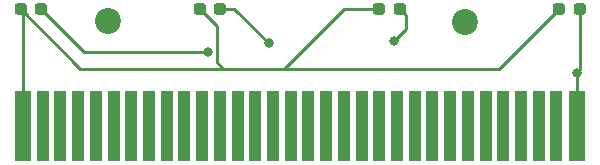
<source format=gbr>
%TF.GenerationSoftware,KiCad,Pcbnew,7.0.7*%
%TF.CreationDate,2023-09-23T12:58:18+01:00*%
%TF.ProjectId,ds_lite_gba_led_cart,64735f6c-6974-4655-9f67-62615f6c6564,rev?*%
%TF.SameCoordinates,Original*%
%TF.FileFunction,Copper,L1,Top*%
%TF.FilePolarity,Positive*%
%FSLAX46Y46*%
G04 Gerber Fmt 4.6, Leading zero omitted, Abs format (unit mm)*
G04 Created by KiCad (PCBNEW 7.0.7) date 2023-09-23 12:58:18*
%MOMM*%
%LPD*%
G01*
G04 APERTURE LIST*
G04 Aperture macros list*
%AMRoundRect*
0 Rectangle with rounded corners*
0 $1 Rounding radius*
0 $2 $3 $4 $5 $6 $7 $8 $9 X,Y pos of 4 corners*
0 Add a 4 corners polygon primitive as box body*
4,1,4,$2,$3,$4,$5,$6,$7,$8,$9,$2,$3,0*
0 Add four circle primitives for the rounded corners*
1,1,$1+$1,$2,$3*
1,1,$1+$1,$4,$5*
1,1,$1+$1,$6,$7*
1,1,$1+$1,$8,$9*
0 Add four rect primitives between the rounded corners*
20,1,$1+$1,$2,$3,$4,$5,0*
20,1,$1+$1,$4,$5,$6,$7,0*
20,1,$1+$1,$6,$7,$8,$9,0*
20,1,$1+$1,$8,$9,$2,$3,0*%
G04 Aperture macros list end*
%TA.AperFunction,SMDPad,CuDef*%
%ADD10RoundRect,0.237500X0.287500X0.237500X-0.287500X0.237500X-0.287500X-0.237500X0.287500X-0.237500X0*%
%TD*%
%TA.AperFunction,ComponentPad*%
%ADD11C,2.200000*%
%TD*%
%TA.AperFunction,SMDPad,CuDef*%
%ADD12R,1.400000X6.000000*%
%TD*%
%TA.AperFunction,SMDPad,CuDef*%
%ADD13R,1.000000X6.000000*%
%TD*%
%TA.AperFunction,ViaPad*%
%ADD14C,0.800000*%
%TD*%
%TA.AperFunction,Conductor*%
%ADD15C,0.250000*%
%TD*%
G04 APERTURE END LIST*
D10*
%TO.P,D1,2,A*%
%TO.N,Net-(D1-A)*%
X104712800Y-81686400D03*
%TO.P,D1,1,K*%
%TO.N,Net-(D1-K)*%
X106462800Y-81686400D03*
%TD*%
%TO.P,D3,1,K*%
%TO.N,Net-(D1-K)*%
X136790400Y-81661000D03*
%TO.P,D3,2,A*%
%TO.N,Net-(D1-A)*%
X135040400Y-81661000D03*
%TD*%
D11*
%TO.P,TP2,1,1*%
%TO.N,unconnected-(TP2-Pad1)*%
X142367000Y-82727800D03*
%TD*%
D10*
%TO.P,D2,1,K*%
%TO.N,Net-(D1-K)*%
X152055800Y-81686400D03*
%TO.P,D2,2,A*%
%TO.N,Net-(D1-A)*%
X150305800Y-81686400D03*
%TD*%
D12*
%TO.P,J1,1,Pin_1*%
%TO.N,Net-(D1-A)*%
X104871400Y-91541600D03*
D13*
%TO.P,J1,2,Pin_2*%
%TO.N,unconnected-(J1-Pin_2-Pad2)*%
X106571400Y-91541600D03*
%TO.P,J1,3,Pin_3*%
%TO.N,unconnected-(J1-Pin_3-Pad3)*%
X108071400Y-91541600D03*
%TO.P,J1,4,Pin_4*%
%TO.N,unconnected-(J1-Pin_4-Pad4)*%
X109571400Y-91541600D03*
%TO.P,J1,5,Pin_5*%
%TO.N,unconnected-(J1-Pin_5-Pad5)*%
X111071400Y-91541600D03*
%TO.P,J1,6,Pin_6*%
%TO.N,unconnected-(J1-Pin_6-Pad6)*%
X112571400Y-91541600D03*
%TO.P,J1,7,Pin_7*%
%TO.N,unconnected-(J1-Pin_7-Pad7)*%
X114071400Y-91541600D03*
%TO.P,J1,8,Pin_8*%
%TO.N,unconnected-(J1-Pin_8-Pad8)*%
X115571400Y-91541600D03*
%TO.P,J1,9,Pin_9*%
%TO.N,unconnected-(J1-Pin_9-Pad9)*%
X117071400Y-91541600D03*
%TO.P,J1,10,Pin_10*%
%TO.N,unconnected-(J1-Pin_10-Pad10)*%
X118571400Y-91541600D03*
%TO.P,J1,11,Pin_11*%
%TO.N,unconnected-(J1-Pin_11-Pad11)*%
X120071400Y-91541600D03*
%TO.P,J1,12,Pin_12*%
%TO.N,unconnected-(J1-Pin_12-Pad12)*%
X121571400Y-91541600D03*
%TO.P,J1,13,Pin_13*%
%TO.N,unconnected-(J1-Pin_13-Pad13)*%
X123071400Y-91541600D03*
%TO.P,J1,14,Pin_14*%
%TO.N,unconnected-(J1-Pin_14-Pad14)*%
X124571400Y-91541600D03*
%TO.P,J1,15,Pin_15*%
%TO.N,unconnected-(J1-Pin_15-Pad15)*%
X126071400Y-91541600D03*
%TO.P,J1,16,Pin_16*%
%TO.N,unconnected-(J1-Pin_16-Pad16)*%
X127571400Y-91541600D03*
%TO.P,J1,17,Pin_17*%
%TO.N,unconnected-(J1-Pin_17-Pad17)*%
X129071400Y-91541600D03*
%TO.P,J1,18,Pin_18*%
%TO.N,unconnected-(J1-Pin_18-Pad18)*%
X130571400Y-91541600D03*
%TO.P,J1,19,Pin_19*%
%TO.N,unconnected-(J1-Pin_19-Pad19)*%
X132071400Y-91541600D03*
%TO.P,J1,20,Pin_20*%
%TO.N,unconnected-(J1-Pin_20-Pad20)*%
X133571400Y-91541600D03*
%TO.P,J1,21,Pin_21*%
%TO.N,unconnected-(J1-Pin_21-Pad21)*%
X135071400Y-91541600D03*
%TO.P,J1,22,Pin_22*%
%TO.N,unconnected-(J1-Pin_22-Pad22)*%
X136571400Y-91541600D03*
%TO.P,J1,23,Pin_23*%
%TO.N,unconnected-(J1-Pin_23-Pad23)*%
X138071400Y-91541600D03*
%TO.P,J1,24,Pin_24*%
%TO.N,unconnected-(J1-Pin_24-Pad24)*%
X139571400Y-91541600D03*
%TO.P,J1,25,Pin_25*%
%TO.N,unconnected-(J1-Pin_25-Pad25)*%
X141071400Y-91541600D03*
%TO.P,J1,26,Pin_26*%
%TO.N,unconnected-(J1-Pin_26-Pad26)*%
X142571400Y-91541600D03*
%TO.P,J1,27,Pin_27*%
%TO.N,unconnected-(J1-Pin_27-Pad27)*%
X144071400Y-91541600D03*
%TO.P,J1,28,Pin_28*%
%TO.N,unconnected-(J1-Pin_28-Pad28)*%
X145571400Y-91541600D03*
%TO.P,J1,29,Pin_29*%
%TO.N,unconnected-(J1-Pin_29-Pad29)*%
X147071400Y-91541600D03*
%TO.P,J1,30,Pin_30*%
%TO.N,unconnected-(J1-Pin_30-Pad30)*%
X148571400Y-91541600D03*
%TO.P,J1,31,Pin_31*%
%TO.N,unconnected-(J1-Pin_31-Pad31)*%
X150071400Y-91541600D03*
D12*
%TO.P,J1,32,Pin_32*%
%TO.N,Net-(D1-K)*%
X151771400Y-91541600D03*
%TD*%
D11*
%TO.P,TP1,1,1*%
%TO.N,unconnected-(TP1-Pad1)*%
X112090200Y-82702400D03*
%TD*%
D10*
%TO.P,D4,2,A*%
%TO.N,Net-(D1-A)*%
X119876600Y-81661000D03*
%TO.P,D4,1,K*%
%TO.N,Net-(D1-K)*%
X121626600Y-81661000D03*
%TD*%
D14*
%TO.N,Net-(D1-K)*%
X125730000Y-84582000D03*
X136321800Y-84378800D03*
X151815800Y-87096600D03*
X120599200Y-85267800D03*
%TD*%
D15*
%TO.N,Net-(D1-A)*%
X132057200Y-81686400D02*
X135015000Y-81686400D01*
X135015000Y-81686400D02*
X135040400Y-81661000D01*
%TO.N,Net-(D1-K)*%
X137312400Y-82183000D02*
X137312400Y-83388200D01*
X136790400Y-81661000D02*
X137312400Y-82183000D01*
X137312400Y-83388200D02*
X136321800Y-84378800D01*
X121626600Y-81661000D02*
X122809000Y-81661000D01*
X122809000Y-81661000D02*
X125730000Y-84582000D01*
%TO.N,Net-(D1-A)*%
X119876600Y-81661000D02*
X121324200Y-83108600D01*
X121324200Y-83108600D02*
X121324200Y-86196000D01*
X121324200Y-86196000D02*
X121869200Y-86741000D01*
%TO.N,Net-(D1-K)*%
X110044200Y-85267800D02*
X120599200Y-85267800D01*
X106462800Y-81686400D02*
X110044200Y-85267800D01*
X152055800Y-81686400D02*
X152055800Y-86856600D01*
X151771400Y-87141000D02*
X151771400Y-91541600D01*
X152055800Y-86856600D02*
X151815800Y-87096600D01*
X151815800Y-87096600D02*
X151771400Y-87141000D01*
%TO.N,Net-(D1-A)*%
X104871400Y-81845000D02*
X104712800Y-81686400D01*
X109767400Y-86741000D02*
X121767600Y-86741000D01*
X121767600Y-86741000D02*
X121869200Y-86741000D01*
X104712800Y-81686400D02*
X109767400Y-86741000D01*
X127002600Y-86741000D02*
X121767600Y-86741000D01*
X104871400Y-91541600D02*
X104871400Y-81845000D01*
X145251200Y-86741000D02*
X127002600Y-86741000D01*
X150305800Y-81686400D02*
X145251200Y-86741000D01*
X132057200Y-81686400D02*
X127002600Y-86741000D01*
%TD*%
M02*

</source>
